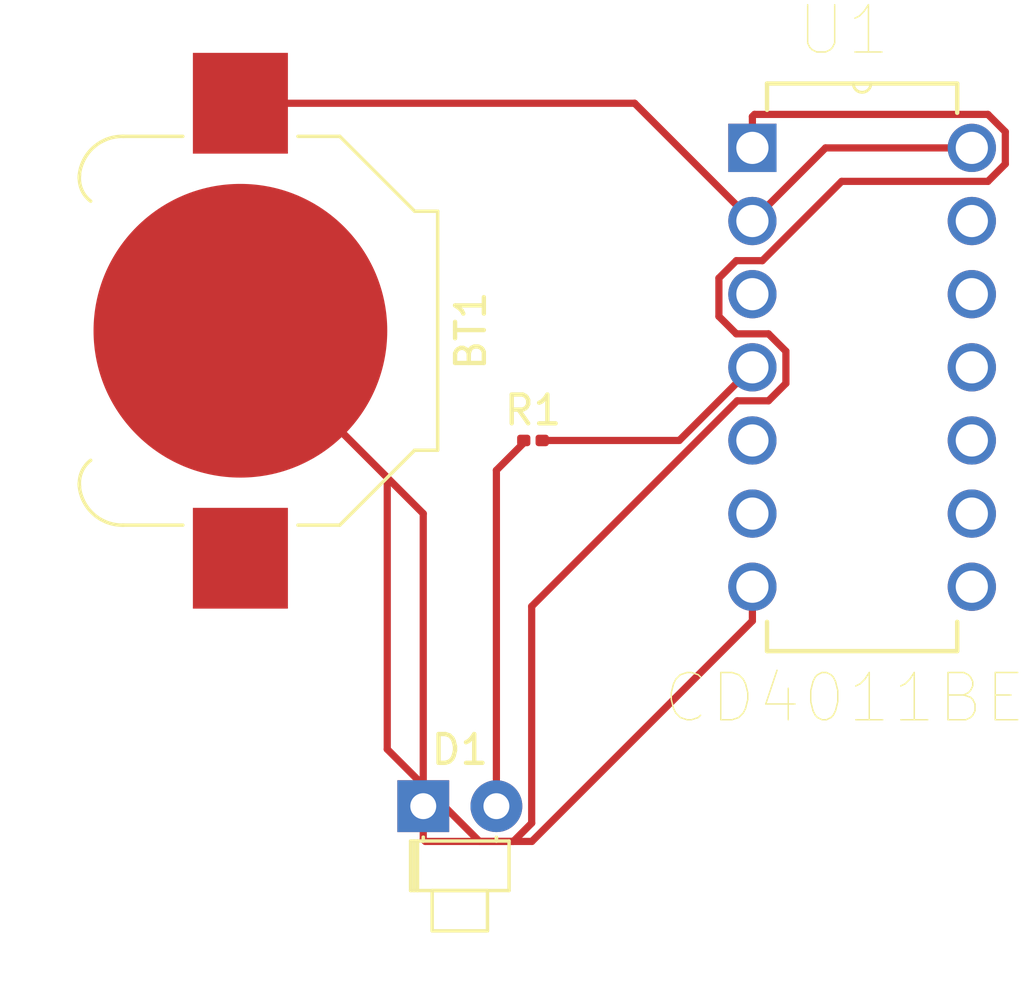
<source format=kicad_pcb>
(kicad_pcb (version 20171130) (host pcbnew "(5.1.5)-2")

  (general
    (thickness 1.6)
    (drawings 0)
    (tracks 40)
    (zones 0)
    (modules 4)
    (nets 12)
  )

  (page A4)
  (layers
    (0 F.Cu signal)
    (31 B.Cu signal)
    (32 B.Adhes user)
    (33 F.Adhes user)
    (34 B.Paste user)
    (35 F.Paste user)
    (36 B.SilkS user)
    (37 F.SilkS user)
    (38 B.Mask user)
    (39 F.Mask user)
    (40 Dwgs.User user)
    (41 Cmts.User user)
    (42 Eco1.User user)
    (43 Eco2.User user)
    (44 Edge.Cuts user)
    (45 Margin user)
    (46 B.CrtYd user)
    (47 F.CrtYd user)
    (48 B.Fab user)
    (49 F.Fab user)
  )

  (setup
    (last_trace_width 0.25)
    (trace_clearance 0.2)
    (zone_clearance 0.508)
    (zone_45_only no)
    (trace_min 0.2)
    (via_size 0.8)
    (via_drill 0.4)
    (via_min_size 0.4)
    (via_min_drill 0.3)
    (uvia_size 0.3)
    (uvia_drill 0.1)
    (uvias_allowed no)
    (uvia_min_size 0.2)
    (uvia_min_drill 0.1)
    (edge_width 0.05)
    (segment_width 0.2)
    (pcb_text_width 0.3)
    (pcb_text_size 1.5 1.5)
    (mod_edge_width 0.12)
    (mod_text_size 1 1)
    (mod_text_width 0.15)
    (pad_size 1.524 1.524)
    (pad_drill 0.762)
    (pad_to_mask_clearance 0.051)
    (solder_mask_min_width 0.25)
    (aux_axis_origin 0 0)
    (visible_elements FFFFFF7F)
    (pcbplotparams
      (layerselection 0x010fc_ffffffff)
      (usegerberextensions false)
      (usegerberattributes false)
      (usegerberadvancedattributes false)
      (creategerberjobfile false)
      (excludeedgelayer true)
      (linewidth 0.100000)
      (plotframeref false)
      (viasonmask false)
      (mode 1)
      (useauxorigin false)
      (hpglpennumber 1)
      (hpglpenspeed 20)
      (hpglpendiameter 15.000000)
      (psnegative false)
      (psa4output false)
      (plotreference true)
      (plotvalue true)
      (plotinvisibletext false)
      (padsonsilk false)
      (subtractmaskfromsilk false)
      (outputformat 1)
      (mirror false)
      (drillshape 1)
      (scaleselection 1)
      (outputdirectory ""))
  )

  (net 0 "")
  (net 1 "Net-(BT1-Pad1)")
  (net 2 GND)
  (net 3 "Net-(D1-Pad2)")
  (net 4 "Net-(R1-Pad2)")
  (net 5 "Net-(U1-Pad3)")
  (net 6 "Net-(U1-Pad8)")
  (net 7 "Net-(U1-Pad9)")
  (net 8 "Net-(U1-Pad10)")
  (net 9 "Net-(U1-Pad11)")
  (net 10 "Net-(U1-Pad12)")
  (net 11 "Net-(U1-Pad13)")

  (net_class Default "This is the default net class."
    (clearance 0.2)
    (trace_width 0.25)
    (via_dia 0.8)
    (via_drill 0.4)
    (uvia_dia 0.3)
    (uvia_drill 0.1)
    (add_net GND)
    (add_net "Net-(BT1-Pad1)")
    (add_net "Net-(D1-Pad2)")
    (add_net "Net-(R1-Pad2)")
    (add_net "Net-(U1-Pad10)")
    (add_net "Net-(U1-Pad11)")
    (add_net "Net-(U1-Pad12)")
    (add_net "Net-(U1-Pad13)")
    (add_net "Net-(U1-Pad3)")
    (add_net "Net-(U1-Pad8)")
    (add_net "Net-(U1-Pad9)")
  )

  (module Battery:BatteryHolder_Keystone_3000_1x12mm (layer F.Cu) (tedit 5D9CBDF8) (tstamp 5DE4B9E9)
    (at 149.86 101.6 270)
    (descr http://www.keyelco.com/product-pdf.cfm?p=777)
    (tags "Keystone type 3000 coin cell retainer")
    (path /5DE4245D)
    (attr smd)
    (fp_text reference BT1 (at 0 -8 90) (layer F.SilkS)
      (effects (font (size 1 1) (thickness 0.15)))
    )
    (fp_text value Battery_Cell (at 0 7.5 90) (layer F.Fab)
      (effects (font (size 1 1) (thickness 0.15)))
    )
    (fp_text user %R (at 0 0 90) (layer F.Fab)
      (effects (font (size 1 1) (thickness 0.15)))
    )
    (fp_arc (start 5.29 4.8) (end 5.29 6.76) (angle -90) (layer F.CrtYd) (width 0.05))
    (fp_circle (center 0 0) (end 0 6.25) (layer Dwgs.User) (width 0.15))
    (fp_arc (start 5.29 4.6) (end 4.5 5.2) (angle -60) (layer F.SilkS) (width 0.12))
    (fp_arc (start -5.29 4.6) (end -4.5 5.2) (angle 60) (layer F.SilkS) (width 0.12))
    (fp_arc (start 5.29 4.6) (end 4.6 5.1) (angle -60) (layer F.Fab) (width 0.1))
    (fp_arc (start -5.29 4.6) (end -4.6 5.1) (angle 60) (layer F.Fab) (width 0.1))
    (fp_arc (start 0 8.9) (end -4.6 5.1) (angle 101) (layer F.Fab) (width 0.1))
    (fp_arc (start -5.29 4.8) (end -5.29 6.76) (angle 90) (layer F.CrtYd) (width 0.05))
    (fp_arc (start 5.25 4.1) (end 5.3 5.6) (angle -90) (layer F.SilkS) (width 0.12))
    (fp_arc (start -5.25 4.1) (end -5.3 5.6) (angle 90) (layer F.SilkS) (width 0.12))
    (fp_line (start -7.25 2.15) (end -7.25 4.8) (layer F.CrtYd) (width 0.05))
    (fp_line (start 7.25 2.15) (end 7.25 4.8) (layer F.CrtYd) (width 0.05))
    (fp_line (start 6.75 2) (end 6.75 4.1) (layer F.SilkS) (width 0.12))
    (fp_line (start -6.75 2) (end -6.75 4.1) (layer F.SilkS) (width 0.12))
    (fp_arc (start 5.25 4.1) (end 5.3 5.45) (angle -90) (layer F.Fab) (width 0.1))
    (fp_line (start 7.25 -2.15) (end 7.25 -3.8) (layer F.CrtYd) (width 0.05))
    (fp_line (start 7.25 -3.8) (end 4.65 -6.4) (layer F.CrtYd) (width 0.05))
    (fp_line (start 4.65 -6.4) (end 4.65 -7.35) (layer F.CrtYd) (width 0.05))
    (fp_line (start -4.65 -7.35) (end 4.65 -7.35) (layer F.CrtYd) (width 0.05))
    (fp_line (start -4.65 -6.4) (end -4.65 -7.35) (layer F.CrtYd) (width 0.05))
    (fp_line (start -7.25 -3.8) (end -4.65 -6.4) (layer F.CrtYd) (width 0.05))
    (fp_line (start -7.25 -2.15) (end -7.25 -3.8) (layer F.CrtYd) (width 0.05))
    (fp_line (start -6.75 -2) (end -6.75 -3.45) (layer F.SilkS) (width 0.12))
    (fp_line (start -6.75 -3.45) (end -4.15 -6.05) (layer F.SilkS) (width 0.12))
    (fp_line (start -4.15 -6.05) (end -4.15 -6.85) (layer F.SilkS) (width 0.12))
    (fp_line (start -4.15 -6.85) (end 4.15 -6.85) (layer F.SilkS) (width 0.12))
    (fp_line (start 4.15 -6.85) (end 4.15 -6.05) (layer F.SilkS) (width 0.12))
    (fp_line (start 4.15 -6.05) (end 6.75 -3.45) (layer F.SilkS) (width 0.12))
    (fp_line (start 6.75 -3.45) (end 6.75 -2) (layer F.SilkS) (width 0.12))
    (fp_line (start -7.25 -2.15) (end -10.15 -2.15) (layer F.CrtYd) (width 0.05))
    (fp_line (start -10.15 -2.15) (end -10.15 2.15) (layer F.CrtYd) (width 0.05))
    (fp_line (start -10.15 2.15) (end -7.25 2.15) (layer F.CrtYd) (width 0.05))
    (fp_line (start 7.25 -2.15) (end 10.15 -2.15) (layer F.CrtYd) (width 0.05))
    (fp_line (start 10.15 -2.15) (end 10.15 2.15) (layer F.CrtYd) (width 0.05))
    (fp_line (start 10.15 2.15) (end 7.25 2.15) (layer F.CrtYd) (width 0.05))
    (fp_arc (start -5.25 4.1) (end -5.3 5.45) (angle 90) (layer F.Fab) (width 0.1))
    (fp_line (start 6.6 -3.4) (end 6.6 4.1) (layer F.Fab) (width 0.1))
    (fp_line (start -6.6 -3.4) (end -6.6 4.1) (layer F.Fab) (width 0.1))
    (fp_line (start 4 -6) (end 6.6 -3.4) (layer F.Fab) (width 0.1))
    (fp_line (start -4 -6) (end -6.6 -3.4) (layer F.Fab) (width 0.1))
    (fp_line (start 4 -6.7) (end 4 -6) (layer F.Fab) (width 0.1))
    (fp_line (start -4 -6.7) (end -4 -6) (layer F.Fab) (width 0.1))
    (fp_line (start -4 -6.7) (end 4 -6.7) (layer F.Fab) (width 0.1))
    (fp_line (start -5.29 6.76) (end 5.29 6.76) (layer F.CrtYd) (width 0.05))
    (pad 1 smd rect (at -7.9 0 270) (size 3.5 3.3) (layers F.Cu F.Paste F.Mask)
      (net 1 "Net-(BT1-Pad1)"))
    (pad 1 smd rect (at 7.9 0 270) (size 3.5 3.3) (layers F.Cu F.Paste F.Mask)
      (net 1 "Net-(BT1-Pad1)"))
    (pad 2 smd circle (at 0 0 270) (size 10.2 10.2) (layers F.Cu F.Mask)
      (net 2 GND))
    (model ${KISYS3DMOD}/Battery.3dshapes/BatteryHolder_Keystone_3000_1x12mm.wrl
      (at (xyz 0 0 0))
      (scale (xyz 1 1 1))
      (rotate (xyz 0 0 0))
    )
  )

  (module LED_THT:LED_D1.8mm_W1.8mm_H2.4mm_Horizontal_O1.27mm_Z1.6mm (layer F.Cu) (tedit 5880A863) (tstamp 5DE4BA15)
    (at 156.21 118.11)
    (descr "LED, ,  diameter 1.8mm size 1.8x2.4mm^2 z-position of LED center 1.6mm, 2 pins")
    (tags "LED   diameter 1.8mm size 1.8x2.4mm^2 z-position of LED center 1.6mm 2 pins")
    (path /5DE54312)
    (fp_text reference D1 (at 1.27 -1.96) (layer F.SilkS)
      (effects (font (size 1 1) (thickness 0.15)))
    )
    (fp_text value LED (at 1.27 5.33) (layer F.Fab)
      (effects (font (size 1 1) (thickness 0.15)))
    )
    (fp_line (start -0.38 1.27) (end -0.38 2.87) (layer F.Fab) (width 0.1))
    (fp_line (start -0.38 2.87) (end 2.92 2.87) (layer F.Fab) (width 0.1))
    (fp_line (start 2.92 2.87) (end 2.92 1.27) (layer F.Fab) (width 0.1))
    (fp_line (start 2.92 1.27) (end -0.38 1.27) (layer F.Fab) (width 0.1))
    (fp_line (start 0.37 2.87) (end 0.37 4.27) (layer F.Fab) (width 0.1))
    (fp_line (start 0.37 4.27) (end 2.17 4.27) (layer F.Fab) (width 0.1))
    (fp_line (start 2.17 4.27) (end 2.17 2.87) (layer F.Fab) (width 0.1))
    (fp_line (start 2.17 2.87) (end 0.37 2.87) (layer F.Fab) (width 0.1))
    (fp_line (start 0 0) (end 0 1.27) (layer F.Fab) (width 0.1))
    (fp_line (start 0 1.27) (end 0 1.27) (layer F.Fab) (width 0.1))
    (fp_line (start 0 1.27) (end 0 0) (layer F.Fab) (width 0.1))
    (fp_line (start 0 0) (end 0 0) (layer F.Fab) (width 0.1))
    (fp_line (start 2.54 0) (end 2.54 1.27) (layer F.Fab) (width 0.1))
    (fp_line (start 2.54 1.27) (end 2.54 1.27) (layer F.Fab) (width 0.1))
    (fp_line (start 2.54 1.27) (end 2.54 0) (layer F.Fab) (width 0.1))
    (fp_line (start 2.54 0) (end 2.54 0) (layer F.Fab) (width 0.1))
    (fp_line (start -0.44 1.21) (end -0.44 2.93) (layer F.SilkS) (width 0.12))
    (fp_line (start -0.44 2.93) (end 2.98 2.93) (layer F.SilkS) (width 0.12))
    (fp_line (start 2.98 2.93) (end 2.98 1.21) (layer F.SilkS) (width 0.12))
    (fp_line (start 2.98 1.21) (end -0.44 1.21) (layer F.SilkS) (width 0.12))
    (fp_line (start -0.32 1.21) (end -0.32 2.93) (layer F.SilkS) (width 0.12))
    (fp_line (start -0.2 1.21) (end -0.2 2.93) (layer F.SilkS) (width 0.12))
    (fp_line (start 0.31 2.93) (end 0.31 4.33) (layer F.SilkS) (width 0.12))
    (fp_line (start 0.31 4.33) (end 2.23 4.33) (layer F.SilkS) (width 0.12))
    (fp_line (start 2.23 4.33) (end 2.23 2.93) (layer F.SilkS) (width 0.12))
    (fp_line (start 2.23 2.93) (end 0.31 2.93) (layer F.SilkS) (width 0.12))
    (fp_line (start 0 1.08) (end 0 1.21) (layer F.SilkS) (width 0.12))
    (fp_line (start 0 1.21) (end 0 1.21) (layer F.SilkS) (width 0.12))
    (fp_line (start 0 1.21) (end 0 1.08) (layer F.SilkS) (width 0.12))
    (fp_line (start 0 1.08) (end 0 1.08) (layer F.SilkS) (width 0.12))
    (fp_line (start 2.54 1.08) (end 2.54 1.21) (layer F.SilkS) (width 0.12))
    (fp_line (start 2.54 1.21) (end 2.54 1.21) (layer F.SilkS) (width 0.12))
    (fp_line (start 2.54 1.21) (end 2.54 1.08) (layer F.SilkS) (width 0.12))
    (fp_line (start 2.54 1.08) (end 2.54 1.08) (layer F.SilkS) (width 0.12))
    (fp_line (start -1.25 -1.25) (end -1.25 4.6) (layer F.CrtYd) (width 0.05))
    (fp_line (start -1.25 4.6) (end 3.75 4.6) (layer F.CrtYd) (width 0.05))
    (fp_line (start 3.75 4.6) (end 3.75 -1.25) (layer F.CrtYd) (width 0.05))
    (fp_line (start 3.75 -1.25) (end -1.25 -1.25) (layer F.CrtYd) (width 0.05))
    (pad 1 thru_hole rect (at 0 0) (size 1.8 1.8) (drill 0.9) (layers *.Cu *.Mask)
      (net 2 GND))
    (pad 2 thru_hole circle (at 2.54 0) (size 1.8 1.8) (drill 0.9) (layers *.Cu *.Mask)
      (net 3 "Net-(D1-Pad2)"))
    (model ${KISYS3DMOD}/LED_THT.3dshapes/LED_D1.8mm_W1.8mm_H2.4mm_Horizontal_O1.27mm_Z1.6mm.wrl
      (at (xyz 0 0 0))
      (scale (xyz 1 1 1))
      (rotate (xyz 0 0 0))
    )
  )

  (module Resistor_SMD:R_0201_0603Metric (layer F.Cu) (tedit 5B301BBD) (tstamp 5DE4BA26)
    (at 160.02 105.41)
    (descr "Resistor SMD 0201 (0603 Metric), square (rectangular) end terminal, IPC_7351 nominal, (Body size source: https://www.vishay.com/docs/20052/crcw0201e3.pdf), generated with kicad-footprint-generator")
    (tags resistor)
    (path /5DE56154)
    (attr smd)
    (fp_text reference R1 (at 0 -1.05) (layer F.SilkS)
      (effects (font (size 1 1) (thickness 0.15)))
    )
    (fp_text value R_Small_US (at -2.54 0 270) (layer F.Fab)
      (effects (font (size 1 1) (thickness 0.15)))
    )
    (fp_line (start -0.3 0.15) (end -0.3 -0.15) (layer F.Fab) (width 0.1))
    (fp_line (start -0.3 -0.15) (end 0.3 -0.15) (layer F.Fab) (width 0.1))
    (fp_line (start 0.3 -0.15) (end 0.3 0.15) (layer F.Fab) (width 0.1))
    (fp_line (start 0.3 0.15) (end -0.3 0.15) (layer F.Fab) (width 0.1))
    (fp_line (start -0.7 0.35) (end -0.7 -0.35) (layer F.CrtYd) (width 0.05))
    (fp_line (start -0.7 -0.35) (end 0.7 -0.35) (layer F.CrtYd) (width 0.05))
    (fp_line (start 0.7 -0.35) (end 0.7 0.35) (layer F.CrtYd) (width 0.05))
    (fp_line (start 0.7 0.35) (end -0.7 0.35) (layer F.CrtYd) (width 0.05))
    (fp_text user %R (at 0 -0.68) (layer F.Fab)
      (effects (font (size 0.25 0.25) (thickness 0.04)))
    )
    (pad "" smd roundrect (at -0.345 0) (size 0.318 0.36) (layers F.Paste) (roundrect_rratio 0.25))
    (pad "" smd roundrect (at 0.345 0) (size 0.318 0.36) (layers F.Paste) (roundrect_rratio 0.25))
    (pad 1 smd roundrect (at -0.32 0) (size 0.46 0.4) (layers F.Cu F.Mask) (roundrect_rratio 0.25)
      (net 3 "Net-(D1-Pad2)"))
    (pad 2 smd roundrect (at 0.32 0) (size 0.46 0.4) (layers F.Cu F.Mask) (roundrect_rratio 0.25)
      (net 4 "Net-(R1-Pad2)"))
    (model ${KISYS3DMOD}/Resistor_SMD.3dshapes/R_0201_0603Metric.wrl
      (at (xyz 0 0 0))
      (scale (xyz 1 1 1))
      (rotate (xyz 0 0 0))
    )
  )

  (module CD4011BE:DIP254P762X508-14 (layer F.Cu) (tedit 0) (tstamp 5DE4BA80)
    (at 175.26 110.49)
    (path /5DE50B84)
    (fp_text reference U1 (at -4.45037 -19.3273) (layer F.SilkS)
      (effects (font (size 1.64198 1.64198) (thickness 0.05)))
    )
    (fp_text value CD4011BE (at -4.4212 3.8622) (layer F.SilkS)
      (effects (font (size 1.64059 1.64059) (thickness 0.05)))
    )
    (fp_line (start -0.508 -16.4592) (end -0.508 -17.4752) (layer F.SilkS) (width 0.1524))
    (fp_line (start -7.112 1.2192) (end -7.112 2.2352) (layer F.SilkS) (width 0.1524))
    (fp_line (start -7.112 2.2352) (end -0.508 2.2352) (layer F.SilkS) (width 0.1524))
    (fp_line (start -0.508 2.2352) (end -0.508 1.2192) (layer F.SilkS) (width 0.1524))
    (fp_line (start -0.508 -17.4752) (end -3.5052 -17.4752) (layer F.SilkS) (width 0.1524))
    (fp_line (start -3.5052 -17.4752) (end -4.1148 -17.4752) (layer F.SilkS) (width 0.1524))
    (fp_line (start -4.1148 -17.4752) (end -7.112 -17.4752) (layer F.SilkS) (width 0.1524))
    (fp_line (start -7.112 -17.4752) (end -7.112 -16.5608) (layer F.SilkS) (width 0.1524))
    (fp_arc (start -3.81 -17.4752) (end -4.1148 -17.4752) (angle -180) (layer F.SilkS) (width 0))
    (fp_line (start -7.112 -14.6812) (end -7.112 -15.7988) (layer Eco2.User) (width 0.1524))
    (fp_line (start -7.112 -15.7988) (end -8.1788 -15.7988) (layer Eco2.User) (width 0.1524))
    (fp_line (start -8.1788 -15.7988) (end -8.1788 -14.6812) (layer Eco2.User) (width 0.1524))
    (fp_line (start -8.1788 -14.6812) (end -7.112 -14.6812) (layer Eco2.User) (width 0.1524))
    (fp_line (start -7.112 -12.1412) (end -7.112 -13.2588) (layer Eco2.User) (width 0.1524))
    (fp_line (start -7.112 -13.2588) (end -8.1788 -13.2588) (layer Eco2.User) (width 0.1524))
    (fp_line (start -8.1788 -13.2588) (end -8.1788 -12.1412) (layer Eco2.User) (width 0.1524))
    (fp_line (start -8.1788 -12.1412) (end -7.112 -12.1412) (layer Eco2.User) (width 0.1524))
    (fp_line (start -7.112 -9.6012) (end -7.112 -10.7188) (layer Eco2.User) (width 0.1524))
    (fp_line (start -7.112 -10.7188) (end -8.1788 -10.7188) (layer Eco2.User) (width 0.1524))
    (fp_line (start -8.1788 -10.7188) (end -8.1788 -9.6012) (layer Eco2.User) (width 0.1524))
    (fp_line (start -8.1788 -9.6012) (end -7.112 -9.6012) (layer Eco2.User) (width 0.1524))
    (fp_line (start -7.112 -7.0612) (end -7.112 -8.1788) (layer Eco2.User) (width 0.1524))
    (fp_line (start -7.112 -8.1788) (end -8.1788 -8.1788) (layer Eco2.User) (width 0.1524))
    (fp_line (start -8.1788 -8.1788) (end -8.1788 -7.0612) (layer Eco2.User) (width 0.1524))
    (fp_line (start -8.1788 -7.0612) (end -7.112 -7.0612) (layer Eco2.User) (width 0.1524))
    (fp_line (start -7.112 -4.5212) (end -7.112 -5.6388) (layer Eco2.User) (width 0.1524))
    (fp_line (start -7.112 -5.6388) (end -8.1788 -5.6388) (layer Eco2.User) (width 0.1524))
    (fp_line (start -8.1788 -5.6388) (end -8.1788 -4.5212) (layer Eco2.User) (width 0.1524))
    (fp_line (start -8.1788 -4.5212) (end -7.112 -4.5212) (layer Eco2.User) (width 0.1524))
    (fp_line (start -7.112 -1.9812) (end -7.112 -3.0988) (layer Eco2.User) (width 0.1524))
    (fp_line (start -7.112 -3.0988) (end -8.1788 -3.0988) (layer Eco2.User) (width 0.1524))
    (fp_line (start -8.1788 -3.0988) (end -8.1788 -1.9812) (layer Eco2.User) (width 0.1524))
    (fp_line (start -8.1788 -1.9812) (end -7.112 -1.9812) (layer Eco2.User) (width 0.1524))
    (fp_line (start -7.112 0.5588) (end -7.112 -0.5588) (layer Eco2.User) (width 0.1524))
    (fp_line (start -7.112 -0.5588) (end -8.1788 -0.5588) (layer Eco2.User) (width 0.1524))
    (fp_line (start -8.1788 -0.5588) (end -8.1788 0.5588) (layer Eco2.User) (width 0.1524))
    (fp_line (start -8.1788 0.5588) (end -7.112 0.5588) (layer Eco2.User) (width 0.1524))
    (fp_line (start -0.508 -0.5588) (end -0.508 0.5588) (layer Eco2.User) (width 0.1524))
    (fp_line (start -0.508 0.5588) (end 0.5588 0.5588) (layer Eco2.User) (width 0.1524))
    (fp_line (start 0.5588 0.5588) (end 0.5588 -0.5588) (layer Eco2.User) (width 0.1524))
    (fp_line (start 0.5588 -0.5588) (end -0.508 -0.5588) (layer Eco2.User) (width 0.1524))
    (fp_line (start -0.508 -3.0988) (end -0.508 -1.9812) (layer Eco2.User) (width 0.1524))
    (fp_line (start -0.508 -1.9812) (end 0.5588 -1.9812) (layer Eco2.User) (width 0.1524))
    (fp_line (start 0.5588 -1.9812) (end 0.5588 -3.0988) (layer Eco2.User) (width 0.1524))
    (fp_line (start 0.5588 -3.0988) (end -0.508 -3.0988) (layer Eco2.User) (width 0.1524))
    (fp_line (start -0.508 -5.6388) (end -0.508 -4.5212) (layer Eco2.User) (width 0.1524))
    (fp_line (start -0.508 -4.5212) (end 0.5588 -4.5212) (layer Eco2.User) (width 0.1524))
    (fp_line (start 0.5588 -4.5212) (end 0.5588 -5.6388) (layer Eco2.User) (width 0.1524))
    (fp_line (start 0.5588 -5.6388) (end -0.508 -5.6388) (layer Eco2.User) (width 0.1524))
    (fp_line (start -0.508 -8.1788) (end -0.508 -7.0612) (layer Eco2.User) (width 0.1524))
    (fp_line (start -0.508 -7.0612) (end 0.5588 -7.0612) (layer Eco2.User) (width 0.1524))
    (fp_line (start 0.5588 -7.0612) (end 0.5588 -8.1788) (layer Eco2.User) (width 0.1524))
    (fp_line (start 0.5588 -8.1788) (end -0.508 -8.1788) (layer Eco2.User) (width 0.1524))
    (fp_line (start -0.508 -10.7188) (end -0.508 -9.6012) (layer Eco2.User) (width 0.1524))
    (fp_line (start -0.508 -9.6012) (end 0.5588 -9.6012) (layer Eco2.User) (width 0.1524))
    (fp_line (start 0.5588 -9.6012) (end 0.5588 -10.7188) (layer Eco2.User) (width 0.1524))
    (fp_line (start 0.5588 -10.7188) (end -0.508 -10.7188) (layer Eco2.User) (width 0.1524))
    (fp_line (start -0.508 -13.2588) (end -0.508 -12.1412) (layer Eco2.User) (width 0.1524))
    (fp_line (start -0.508 -12.1412) (end 0.5588 -12.1412) (layer Eco2.User) (width 0.1524))
    (fp_line (start 0.5588 -12.1412) (end 0.5588 -13.2588) (layer Eco2.User) (width 0.1524))
    (fp_line (start 0.5588 -13.2588) (end -0.508 -13.2588) (layer Eco2.User) (width 0.1524))
    (fp_line (start -0.508 -15.7988) (end -0.508 -14.6812) (layer Eco2.User) (width 0.1524))
    (fp_line (start -0.508 -14.6812) (end 0.5588 -14.6812) (layer Eco2.User) (width 0.1524))
    (fp_line (start 0.5588 -14.6812) (end 0.5588 -15.7988) (layer Eco2.User) (width 0.1524))
    (fp_line (start 0.5588 -15.7988) (end -0.508 -15.7988) (layer Eco2.User) (width 0.1524))
    (fp_line (start -7.112 2.2352) (end -0.508 2.2352) (layer Eco2.User) (width 0.1524))
    (fp_line (start -0.508 2.2352) (end -0.508 -17.4752) (layer Eco2.User) (width 0.1524))
    (fp_line (start -0.508 -17.4752) (end -3.5052 -17.4752) (layer Eco2.User) (width 0.1524))
    (fp_line (start -3.5052 -17.4752) (end -4.1148 -17.4752) (layer Eco2.User) (width 0.1524))
    (fp_line (start -4.1148 -17.4752) (end -7.112 -17.4752) (layer Eco2.User) (width 0.1524))
    (fp_line (start -7.112 -17.4752) (end -7.112 2.2352) (layer Eco2.User) (width 0.1524))
    (fp_arc (start -3.81 -17.4752) (end -4.1148 -17.4752) (angle -180) (layer Eco2.User) (width 0))
    (pad 1 thru_hole rect (at -7.62 -15.24) (size 1.6764 1.6764) (drill 1.1176) (layers *.Cu *.Mask)
      (net 2 GND))
    (pad 2 thru_hole circle (at -7.62 -12.7) (size 1.6764 1.6764) (drill 1.1176) (layers *.Cu *.Mask)
      (net 1 "Net-(BT1-Pad1)"))
    (pad 3 thru_hole circle (at -7.62 -10.16) (size 1.6764 1.6764) (drill 1.1176) (layers *.Cu *.Mask)
      (net 5 "Net-(U1-Pad3)"))
    (pad 4 thru_hole circle (at -7.62 -7.62) (size 1.6764 1.6764) (drill 1.1176) (layers *.Cu *.Mask)
      (net 4 "Net-(R1-Pad2)"))
    (pad 5 thru_hole circle (at -7.62 -5.08) (size 1.6764 1.6764) (drill 1.1176) (layers *.Cu *.Mask)
      (net 5 "Net-(U1-Pad3)"))
    (pad 6 thru_hole circle (at -7.62 -2.54) (size 1.6764 1.6764) (drill 1.1176) (layers *.Cu *.Mask)
      (net 5 "Net-(U1-Pad3)"))
    (pad 7 thru_hole circle (at -7.62 0) (size 1.6764 1.6764) (drill 1.1176) (layers *.Cu *.Mask)
      (net 2 GND))
    (pad 8 thru_hole circle (at 0 0) (size 1.6764 1.6764) (drill 1.1176) (layers *.Cu *.Mask)
      (net 6 "Net-(U1-Pad8)"))
    (pad 9 thru_hole circle (at 0 -2.54) (size 1.6764 1.6764) (drill 1.1176) (layers *.Cu *.Mask)
      (net 7 "Net-(U1-Pad9)"))
    (pad 10 thru_hole circle (at 0 -5.08) (size 1.6764 1.6764) (drill 1.1176) (layers *.Cu *.Mask)
      (net 8 "Net-(U1-Pad10)"))
    (pad 11 thru_hole circle (at 0 -7.62) (size 1.6764 1.6764) (drill 1.1176) (layers *.Cu *.Mask)
      (net 9 "Net-(U1-Pad11)"))
    (pad 12 thru_hole circle (at 0 -10.16) (size 1.6764 1.6764) (drill 1.1176) (layers *.Cu *.Mask)
      (net 10 "Net-(U1-Pad12)"))
    (pad 13 thru_hole circle (at 0 -12.7) (size 1.6764 1.6764) (drill 1.1176) (layers *.Cu *.Mask)
      (net 11 "Net-(U1-Pad13)"))
    (pad 14 thru_hole circle (at 0 -15.24) (size 1.6764 1.6764) (drill 1.1176) (layers *.Cu *.Mask)
      (net 1 "Net-(BT1-Pad1)"))
  )

  (segment (start 163.55 93.7) (end 167.64 97.79) (width 0.25) (layer F.Cu) (net 1))
  (segment (start 149.86 93.7) (end 163.55 93.7) (width 0.25) (layer F.Cu) (net 1))
  (segment (start 170.18 95.25) (end 167.64 97.79) (width 0.25) (layer F.Cu) (net 1))
  (segment (start 175.26 95.25) (end 170.18 95.25) (width 0.25) (layer F.Cu) (net 1))
  (segment (start 156.285001 119.335001) (end 156.21 119.26) (width 0.25) (layer F.Cu) (net 2))
  (segment (start 156.21 119.26) (end 156.21 118.11) (width 0.25) (layer F.Cu) (net 2))
  (segment (start 159.980392 119.335001) (end 156.285001 119.335001) (width 0.25) (layer F.Cu) (net 2))
  (segment (start 167.64 111.675393) (end 159.980392 119.335001) (width 0.25) (layer F.Cu) (net 2))
  (segment (start 167.64 110.49) (end 167.64 111.675393) (width 0.25) (layer F.Cu) (net 2))
  (segment (start 156.21 107.95) (end 149.86 101.6) (width 0.25) (layer F.Cu) (net 2))
  (segment (start 156.21 118.11) (end 156.21 107.95) (width 0.25) (layer F.Cu) (net 2))
  (segment (start 154.959999 106.699999) (end 149.86 101.6) (width 0.25) (layer F.Cu) (net 2))
  (segment (start 154.959999 116.133001) (end 154.959999 106.699999) (width 0.25) (layer F.Cu) (net 2))
  (segment (start 158.161999 119.335001) (end 154.959999 116.133001) (width 0.25) (layer F.Cu) (net 2))
  (segment (start 159.338001 119.335001) (end 158.161999 119.335001) (width 0.25) (layer F.Cu) (net 2))
  (segment (start 159.975001 118.698001) (end 159.338001 119.335001) (width 0.25) (layer F.Cu) (net 2))
  (segment (start 159.975001 111.171409) (end 159.975001 118.698001) (width 0.25) (layer F.Cu) (net 2))
  (segment (start 167.113209 104.033201) (end 159.975001 111.171409) (width 0.25) (layer F.Cu) (net 2))
  (segment (start 168.803201 103.428337) (end 168.198337 104.033201) (width 0.25) (layer F.Cu) (net 2))
  (segment (start 168.803201 102.311663) (end 168.803201 103.428337) (width 0.25) (layer F.Cu) (net 2))
  (segment (start 168.198337 101.706799) (end 168.803201 102.311663) (width 0.25) (layer F.Cu) (net 2))
  (segment (start 166.476799 99.771663) (end 166.476799 101.101935) (width 0.25) (layer F.Cu) (net 2))
  (segment (start 167.081663 99.166799) (end 166.476799 99.771663) (width 0.25) (layer F.Cu) (net 2))
  (segment (start 167.984739 99.166799) (end 167.081663 99.166799) (width 0.25) (layer F.Cu) (net 2))
  (segment (start 175.818337 96.413201) (end 170.738337 96.413201) (width 0.25) (layer F.Cu) (net 2))
  (segment (start 168.198337 104.033201) (end 167.113209 104.033201) (width 0.25) (layer F.Cu) (net 2))
  (segment (start 176.423201 95.808337) (end 175.818337 96.413201) (width 0.25) (layer F.Cu) (net 2))
  (segment (start 176.423201 94.691663) (end 176.423201 95.808337) (width 0.25) (layer F.Cu) (net 2))
  (segment (start 175.818337 94.086799) (end 176.423201 94.691663) (width 0.25) (layer F.Cu) (net 2))
  (segment (start 167.081663 101.706799) (end 168.198337 101.706799) (width 0.25) (layer F.Cu) (net 2))
  (segment (start 167.715001 94.086799) (end 175.818337 94.086799) (width 0.25) (layer F.Cu) (net 2))
  (segment (start 166.476799 101.101935) (end 167.081663 101.706799) (width 0.25) (layer F.Cu) (net 2))
  (segment (start 167.64 94.1618) (end 167.715001 94.086799) (width 0.25) (layer F.Cu) (net 2))
  (segment (start 170.738337 96.413201) (end 167.984739 99.166799) (width 0.25) (layer F.Cu) (net 2))
  (segment (start 167.64 95.25) (end 167.64 94.1618) (width 0.25) (layer F.Cu) (net 2))
  (segment (start 158.75 118.11) (end 158.75 106.44499) (width 0.25) (layer F.Cu) (net 3))
  (segment (start 158.75 106.44499) (end 159.78499 105.41) (width 0.25) (layer F.Cu) (net 3))
  (segment (start 159.78499 105.41) (end 159.7 105.41) (width 0.25) (layer F.Cu) (net 3))
  (segment (start 167.64 102.87) (end 165.1 105.41) (width 0.25) (layer F.Cu) (net 4))
  (segment (start 165.1 105.41) (end 160.25501 105.41) (width 0.25) (layer F.Cu) (net 4))

)

</source>
